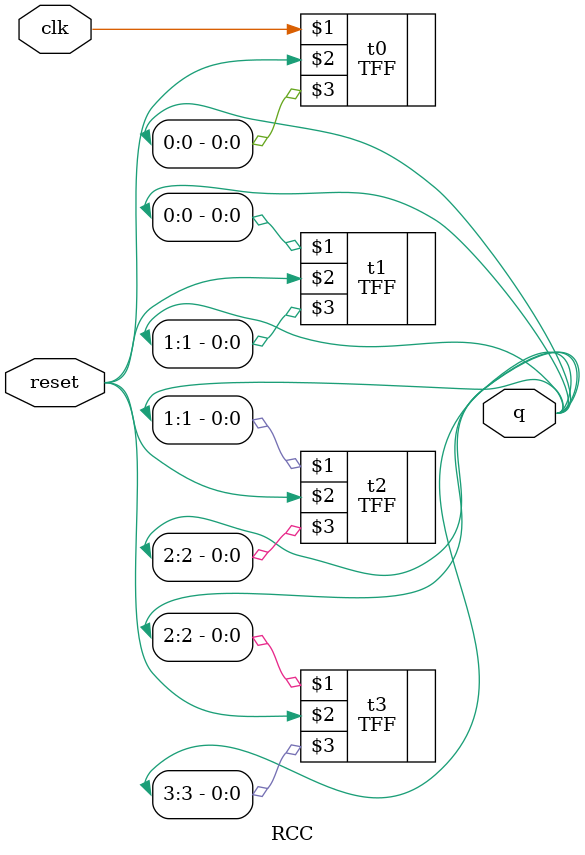
<source format=v>
module RCC(clk,reset,q);

input clk;
input reset;
output [3:0] q;


//T flip flop instances are being called. As many instances would be called as the number of bits in the counter.
TFF t0 (clk,reset,q[0]);
TFF t1 (q[0],reset,q[1]);
TFF t2 (q[1],reset,q[2]);
TFF t3 (q[2],reset,q[3]);

endmodule

</source>
